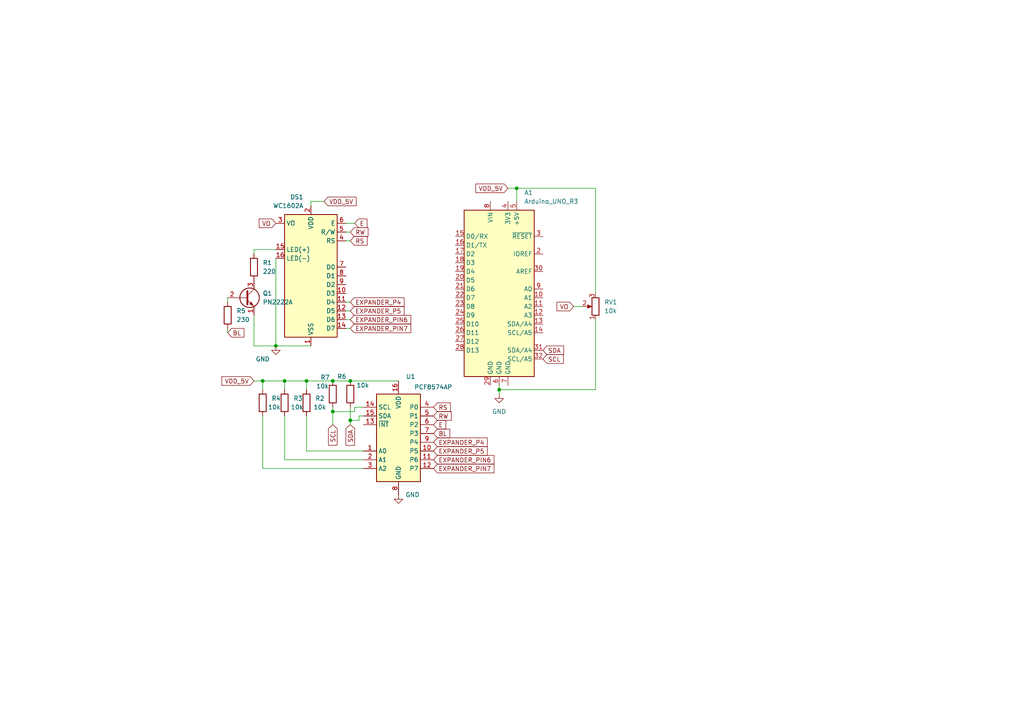
<source format=kicad_sch>
(kicad_sch (version 20250114) (generator "eeschema") (generator_version "9.0")
  (paper "A4")
  (lib_symbols
    (symbol "Device:R" (pin_numbers (hide yes)) (pin_names (offset 0))
      (property "Reference" "R" (at 2.032 0 90))
      (property "Value" "R" (at 0 0 90))
      (symbol "R_0_1"
        (rectangle (start -1.016 -2.54) (end 1.016 2.54) (stroke (width 0.254)))
      )
      (symbol "R_1_1"
        (pin passive line (at 0 3.81 270) (length 1.27) (name "~") (number "1"))
        (pin passive line (at 0 -3.81 90) (length 1.27) (name "~") (number "2"))
      )
    )
    (symbol "Device:R_Potentiometer" (pin_names (offset 1.016) (hide yes))
      (property "Reference" "RV" (at -4.445 0 90))
      (property "Value" "R_Potentiometer" (at -2.54 0 90))
      (symbol "R_Potentiometer_0_1"
        (rectangle (start 1.016 2.54) (end -1.016 -2.54) (stroke (width 0.254)))
        (polyline (pts (xy 1.143 0) (xy 2.286 0.508) (xy 2.286 -0.508) (xy 1.143 0)) (fill (type outline)))
        (polyline (pts (xy 2.54 0) (xy 1.524 0)))
      )
      (symbol "R_Potentiometer_1_1"
        (pin passive line (at 0 3.81 270) (length 1.27) (name "1") (number "1"))
        (pin passive line (at 0 -3.81 90) (length 1.27) (name "3") (number "3"))
        (pin passive line (at 3.81 0 180) (length 1.27) (name "2") (number "2"))
      )
    )
    (symbol "Display_Character:WC1602A"
      (property "Reference" "DS" (at -5.842 19.05 0))
      (property "Value" "WC1602A" (at 5.334 19.05 0))
      (symbol "WC1602A_1_1"
        (rectangle (start -7.62 17.78) (end 7.62 -17.78) (stroke (width 0.254)) (fill (type background)))
        (pin input line (at -10.16 15.24 0) (length 2.54) (name "E") (number "6"))
        (pin input line (at -10.16 12.7 0) (length 2.54) (name "R/W") (number "5"))
        (pin input line (at -10.16 10.16 0) (length 2.54) (name "RS") (number "4"))
        (pin input line (at -10.16 2.54 0) (length 2.54) (name "D0") (number "7"))
        (pin input line (at -10.16 0 0) (length 2.54) (name "D1") (number "8"))
        (pin input line (at -10.16 -2.54 0) (length 2.54) (name "D2") (number "9"))
        (pin input line (at -10.16 -5.08 0) (length 2.54) (name "D3") (number "10"))
        (pin input line (at -10.16 -7.62 0) (length 2.54) (name "D4") (number "11"))
        (pin input line (at -10.16 -10.16 0) (length 2.54) (name "D5") (number "12"))
        (pin input line (at -10.16 -12.7 0) (length 2.54) (name "D6") (number "13"))
        (pin input line (at -10.16 -15.24 0) (length 2.54) (name "D7") (number "14"))
        (pin power_in line (at 0 20.32 270) (length 2.54) (name "VDD") (number "2"))
        (pin power_in line (at 0 -20.32 90) (length 2.54) (name "VSS") (number "1"))
        (pin input line (at 10.16 15.24 180) (length 2.54) (name "VO") (number "3"))
        (pin power_in line (at 10.16 7.62 180) (length 2.54) (name "LED(+)") (number "15"))
        (pin power_in line (at 10.16 5.08 180) (length 2.54) (name "LED(-)") (number "16"))
      )
    )
    (symbol "Interface_Expansion:PCF8574AP"
      (property "Reference" "U" (at -6.35 12.954 0))
      (property "Value" "PCF8574AP" (at 3.048 12.954 0))
      (symbol "PCF8574AP_0_1"
        (rectangle (start -6.35 -13.97) (end 6.35 11.43) (stroke (width 0.254)) (fill (type background)))
      )
      (symbol "PCF8574AP_1_1"
        (pin input line (at -10.16 7.62 0) (length 3.81) (name "SCL") (number "14"))
        (pin bidirectional line (at -10.16 5.08 0) (length 3.81) (name "SDA") (number "15"))
        (pin open_collector line (at -10.16 2.54 0) (length 3.81) (name "~{INT}") (number "13"))
        (pin input line (at -10.16 -5.08 0) (length 3.81) (name "A0") (number "1"))
        (pin input line (at -10.16 -7.62 0) (length 3.81) (name "A1") (number "2"))
        (pin input line (at -10.16 -10.16 0) (length 3.81) (name "A2") (number "3"))
        (pin power_in line (at 0 15.24 270) (length 3.81) (name "VDD") (number "16"))
        (pin power_in line (at 0 -17.78 90) (length 3.81) (name "GND") (number "8"))
        (pin bidirectional line (at 10.16 7.62 180) (length 3.81) (name "P0") (number "4"))
        (pin bidirectional line (at 10.16 5.08 180) (length 3.81) (name "P1") (number "5"))
        (pin bidirectional line (at 10.16 2.54 180) (length 3.81) (name "P2") (number "6"))
        (pin bidirectional line (at 10.16 0 180) (length 3.81) (name "P3") (number "7"))
        (pin bidirectional line (at 10.16 -2.54 180) (length 3.81) (name "P4") (number "9"))
        (pin bidirectional line (at 10.16 -5.08 180) (length 3.81) (name "P5") (number "10"))
        (pin bidirectional line (at 10.16 -7.62 180) (length 3.81) (name "P6") (number "11"))
        (pin bidirectional line (at 10.16 -10.16 180) (length 3.81) (name "P7") (number "12"))
      )
    )
    (symbol "MCU_Module:Arduino_UNO_R3"
      (property "Reference" "A" (at -10.16 23.495 0))
      (property "Value" "Arduino_UNO_R3" (at 5.08 -26.67 0))
      (symbol "Arduino_UNO_R3_0_1"
        (rectangle (start -10.16 22.86) (end 10.16 -25.4) (stroke (width 0.254)) (fill (type background)))
      )
      (symbol "Arduino_UNO_R3_1_1"
        (pin bidirectional line (at -12.7 15.24 0) (length 2.54) (name "D0/RX") (number "15"))
        (pin bidirectional line (at -12.7 12.7 0) (length 2.54) (name "D1/TX") (number "16"))
        (pin bidirectional line (at -12.7 10.16 0) (length 2.54) (name "D2") (number "17"))
        (pin bidirectional line (at -12.7 7.62 0) (length 2.54) (name "D3") (number "18"))
        (pin bidirectional line (at -12.7 5.08 0) (length 2.54) (name "D4") (number "19"))
        (pin bidirectional line (at -12.7 2.54 0) (length 2.54) (name "D5") (number "20"))
        (pin bidirectional line (at -12.7 0 0) (length 2.54) (name "D6") (number "21"))
        (pin bidirectional line (at -12.7 -2.54 0) (length 2.54) (name "D7") (number "22"))
        (pin bidirectional line (at -12.7 -5.08 0) (length 2.54) (name "D8") (number "23"))
        (pin bidirectional line (at -12.7 -7.62 0) (length 2.54) (name "D9") (number "24"))
        (pin bidirectional line (at -12.7 -10.16 0) (length 2.54) (name "D10") (number "25"))
        (pin bidirectional line (at -12.7 -12.7 0) (length 2.54) (name "D11") (number "26"))
        (pin bidirectional line (at -12.7 -15.24 0) (length 2.54) (name "D12") (number "27"))
        (pin bidirectional line (at -12.7 -17.78 0) (length 2.54) (name "D13") (number "28"))
        (pin no_connect line (at -10.16 -20.32 0) (length 2.54) (hide yes) (name "NC") (number "1"))
        (pin power_in line (at -2.54 25.4 270) (length 2.54) (name "VIN") (number "8"))
        (pin power_in line (at -2.54 -27.94 90) (length 2.54) (name "GND") (number "29"))
        (pin power_in line (at 0 -27.94 90) (length 2.54) (name "GND") (number "6"))
        (pin power_out line (at 2.54 25.4 270) (length 2.54) (name "3V3") (number "4"))
        (pin power_in line (at 2.54 -27.94 90) (length 2.54) (name "GND") (number "7"))
        (pin power_out line (at 5.08 25.4 270) (length 2.54) (name "+5V") (number "5"))
        (pin input line (at 12.7 15.24 180) (length 2.54) (name "~{RESET}") (number "3"))
        (pin output line (at 12.7 10.16 180) (length 2.54) (name "IOREF") (number "2"))
        (pin input line (at 12.7 5.08 180) (length 2.54) (name "AREF") (number "30"))
        (pin bidirectional line (at 12.7 0 180) (length 2.54) (name "A0") (number "9"))
        (pin bidirectional line (at 12.7 -2.54 180) (length 2.54) (name "A1") (number "10"))
        (pin bidirectional line (at 12.7 -5.08 180) (length 2.54) (name "A2") (number "11"))
        (pin bidirectional line (at 12.7 -7.62 180) (length 2.54) (name "A3") (number "12"))
        (pin bidirectional line (at 12.7 -10.16 180) (length 2.54) (name "SDA/A4") (number "13"))
        (pin bidirectional line (at 12.7 -12.7 180) (length 2.54) (name "SCL/A5") (number "14"))
        (pin bidirectional line (at 12.7 -17.78 180) (length 2.54) (name "SDA/A4") (number "31"))
        (pin bidirectional line (at 12.7 -20.32 180) (length 2.54) (name "SCL/A5") (number "32"))
      )
    )
    (symbol "Transistor_BJT:PN2222A" (pin_names (offset 0) (hide yes))
      (property "Reference" "Q" (at 5.08 1.905 0))
      (property "Value" "PN2222A" (at 5.08 0 0))
      (symbol "PN2222A_0_1"
        (polyline (pts (xy -2.54 0) (xy 0.635 0)))
        (polyline (pts (xy 0.635 1.905) (xy 0.635 -1.905)) (stroke (width 0.508)))
        (circle (center 1.27 0) (radius 2.8194) (stroke (width 0.254)))
      )
      (symbol "PN2222A_1_1"
        (polyline (pts (xy 0.635 0.635) (xy 2.54 2.54)))
        (polyline (pts (xy 0.635 -0.635) (xy 2.54 -2.54)))
        (polyline (pts (xy 1.27 -1.778) (xy 1.778 -1.27) (xy 2.286 -2.286) (xy 1.27 -1.778)) (fill (type outline)))
        (pin input line (at -5.08 0 0) (length 2.54) (name "B") (number "2"))
        (pin passive line (at 2.54 5.08 270) (length 2.54) (name "C") (number "3"))
        (pin passive line (at 2.54 -5.08 90) (length 2.54) (name "E") (number "1"))
      )
    )
    (symbol "power:GND" (power) (pin_numbers (hide yes)) (pin_names (offset 0) (hide yes))
      (property "Value" "GND" (at 0 -3.81 0))
      (symbol "GND_0_1"
        (polyline (pts (xy 0 0) (xy 0 -1.27) (xy 1.27 -1.27) (xy 0 -2.54) (xy -1.27 -1.27) (xy 0 -1.27)))
      )
      (symbol "GND_1_1"
        (pin power_in line (at 0 0 270) (length 0) (name "~") (number "1"))
      )
    )
  )
  (junction (at 101.6 121.92))
  (junction (at 101.6 110.49))
  (junction (at 149.86 54.61))
  (junction (at 144.78 113.03))
  (junction (at 96.52 119.38))
  (junction (at 88.9 110.49))
  (junction (at 76.2 110.49))
  (junction (at 96.52 110.49))
  (junction (at 80.01 100.33))
  (junction (at 82.55 110.49))
  (wire (pts (xy 101.6 118.11) (xy 101.6 121.92)))
  (wire (pts (xy 101.6 121.92) (xy 104.14 121.92)))
  (wire (pts (xy 172.72 92.71) (xy 172.72 113.03)))
  (wire (pts (xy 115.57 110.49) (xy 101.6 110.49)))
  (wire (pts (xy 104.14 120.65) (xy 104.14 121.92)))
  (wire (pts (xy 101.6 69.85) (xy 100.33 69.85)))
  (wire (pts (xy 76.2 110.49) (xy 82.55 110.49)))
  (wire (pts (xy 100.33 95.25) (xy 101.6 95.25)))
  (wire (pts (xy 101.6 110.49) (xy 96.52 110.49)))
  (wire (pts (xy 105.41 118.11) (xy 102.87 118.11)))
  (wire (pts (xy 82.55 113.03) (xy 82.55 110.49)))
  (wire (pts (xy 144.78 111.76) (xy 144.78 113.03)))
  (wire (pts (xy 100.33 92.71) (xy 101.6 92.71)))
  (wire (pts (xy 80.01 100.33) (xy 90.17 100.33)))
  (wire (pts (xy 76.2 135.89) (xy 105.41 135.89)))
  (wire (pts (xy 102.87 119.38) (xy 96.52 119.38)))
  (wire (pts (xy 105.41 120.65) (xy 104.14 120.65)))
  (wire (pts (xy 76.2 113.03) (xy 76.2 110.49)))
  (wire (pts (xy 100.33 90.17) (xy 101.6 90.17)))
  (wire (pts (xy 76.2 120.65) (xy 76.2 135.89)))
  (wire (pts (xy 96.52 110.49) (xy 88.9 110.49)))
  (wire (pts (xy 66.04 96.52) (xy 66.04 95.25)))
  (wire (pts (xy 172.72 113.03) (xy 144.78 113.03)))
  (wire (pts (xy 73.66 100.33) (xy 80.01 100.33)))
  (wire (pts (xy 101.6 67.31) (xy 100.33 67.31)))
  (wire (pts (xy 73.66 73.66) (xy 73.66 72.39)))
  (wire (pts (xy 147.32 54.61) (xy 149.86 54.61)))
  (wire (pts (xy 96.52 123.19) (xy 96.52 119.38)))
  (wire (pts (xy 82.55 120.65) (xy 82.55 133.35)))
  (wire (pts (xy 82.55 133.35) (xy 105.41 133.35)))
  (wire (pts (xy 144.78 113.03) (xy 144.78 114.3)))
  (wire (pts (xy 88.9 130.81) (xy 105.41 130.81)))
  (wire (pts (xy 102.87 64.77) (xy 100.33 64.77)))
  (wire (pts (xy 80.01 74.93) (xy 80.01 100.33)))
  (wire (pts (xy 102.87 118.11) (xy 102.87 119.38)))
  (wire (pts (xy 166.37 88.9) (xy 168.91 88.9)))
  (wire (pts (xy 82.55 110.49) (xy 88.9 110.49)))
  (wire (pts (xy 172.72 54.61) (xy 149.86 54.61)))
  (wire (pts (xy 101.6 121.92) (xy 101.6 123.19)))
  (wire (pts (xy 93.98 58.42) (xy 90.17 58.42)))
  (wire (pts (xy 73.66 110.49) (xy 76.2 110.49)))
  (wire (pts (xy 101.6 87.63) (xy 100.33 87.63)))
  (wire (pts (xy 73.66 91.44) (xy 73.66 100.33)))
  (wire (pts (xy 88.9 120.65) (xy 88.9 130.81)))
  (wire (pts (xy 88.9 110.49) (xy 88.9 113.03)))
  (wire (pts (xy 96.52 119.38) (xy 96.52 118.11)))
  (wire (pts (xy 66.04 87.63) (xy 66.04 86.36)))
  (wire (pts (xy 149.86 58.42) (xy 149.86 54.61)))
  (wire (pts (xy 90.17 58.42) (xy 90.17 59.69)))
  (wire (pts (xy 172.72 85.09) (xy 172.72 54.61)))
  (wire (pts (xy 73.66 72.39) (xy 80.01 72.39)))
  (global_label "BL" (shape input) (at 125.73 125.73 0) (property "Intersheetrefs" "${INTERSHEET_REFS}" (effects (hide yes))))
  (global_label "VO" (shape input) (at 80.01 64.77 180) (property "Intersheetrefs" "${INTERSHEET_REFS}" (effects (hide yes))))
  (global_label "SDA" (shape input) (at 101.6 123.19 270) (property "Intersheetrefs" "${INTERSHEET_REFS}" (effects (hide yes))))
  (global_label "SCL" (shape input) (at 157.48 104.14 0) (property "Intersheetrefs" "${INTERSHEET_REFS}" (effects (hide yes))))
  (global_label "SCL" (shape input) (at 96.52 123.19 270) (property "Intersheetrefs" "${INTERSHEET_REFS}" (effects (hide yes))))
  (global_label "EXPANDER_PIN6" (shape input) (at 101.6 92.71 0) (property "Intersheetrefs" "${INTERSHEET_REFS}" (effects (hide yes))))
  (global_label "E" (shape input) (at 102.87 64.77 0) (property "Intersheetrefs" "${INTERSHEET_REFS}" (effects (hide yes))))
  (global_label "EXPANDER_PIN7" (shape input) (at 101.6 95.25 0) (property "Intersheetrefs" "${INTERSHEET_REFS}" (effects (hide yes))))
  (global_label "VO" (shape input) (at 166.37 88.9 180) (property "Intersheetrefs" "${INTERSHEET_REFS}" (effects (hide yes))))
  (global_label "VDD_5V" (shape input) (at 73.66 110.49 180) (property "Intersheetrefs" "${INTERSHEET_REFS}" (effects (hide yes))))
  (global_label "RS" (shape input) (at 125.73 118.11 0) (property "Intersheetrefs" "${INTERSHEET_REFS}" (effects (hide yes))))
  (global_label "RW" (shape input) (at 101.6 67.31 0) (property "Intersheetrefs" "${INTERSHEET_REFS}" (effects (hide yes))))
  (global_label "RS" (shape input) (at 101.6 69.85 0) (property "Intersheetrefs" "${INTERSHEET_REFS}" (effects (hide yes))))
  (global_label "EXPANDER_PIN7" (shape input) (at 125.73 135.89 0) (property "Intersheetrefs" "${INTERSHEET_REFS}" (effects (hide yes))))
  (global_label "EXPANDER_PIN6" (shape input) (at 125.73 133.35 0) (property "Intersheetrefs" "${INTERSHEET_REFS}" (effects (hide yes))))
  (global_label "VDD_5V" (shape input) (at 147.32 54.61 180) (property "Intersheetrefs" "${INTERSHEET_REFS}" (effects (hide yes))))
  (global_label "VDD_5V" (shape input) (at 93.98 58.42 0) (property "Intersheetrefs" "${INTERSHEET_REFS}" (effects (hide yes))))
  (global_label "EXPANDER_P5" (shape input) (at 125.73 130.81 0) (property "Intersheetrefs" "${INTERSHEET_REFS}" (effects (hide yes))))
  (global_label "EXPANDER_P4" (shape input) (at 101.6 87.63 0) (property "Intersheetrefs" "${INTERSHEET_REFS}" (effects (hide yes))))
  (global_label "RW" (shape input) (at 125.73 120.65 0) (property "Intersheetrefs" "${INTERSHEET_REFS}" (effects (hide yes))))
  (global_label "E" (shape input) (at 125.73 123.19 0) (property "Intersheetrefs" "${INTERSHEET_REFS}" (effects (hide yes))))
  (global_label "SDA" (shape input) (at 157.48 101.6 0) (property "Intersheetrefs" "${INTERSHEET_REFS}" (effects (hide yes))))
  (global_label "EXPANDER_P4" (shape input) (at 125.73 128.27 0) (property "Intersheetrefs" "${INTERSHEET_REFS}" (effects (hide yes))))
  (global_label "EXPANDER_P5" (shape input) (at 101.6 90.17 0) (property "Intersheetrefs" "${INTERSHEET_REFS}" (effects (hide yes))))
  (global_label "BL" (shape input) (at 66.04 96.52 0) (property "Intersheetrefs" "${INTERSHEET_REFS}" (effects (hide yes))))
  (symbol (lib_id "Display_Character:WC1602A") (at 90.17 80.01 0) (mirror y) (unit 1)
    (property "Reference" "DS1" (at 88.0267 57.15 0) (effects (justify left)))
    (property "Value" "WC1602A" (at 88.0267 59.69 0) (effects (justify left)))
    (property "Footprint" "Display:WC1602A" (effects (hide yes)))
    (property "Datasheet" "http://www.wincomlcd.com/pdf/WC1602A-SFYLYHTC06.pdf" (effects (hide yes)))
    (property "Description" "LCD 16x2 Alphanumeric , 8 bit parallel bus, 5V VDD" (effects (hide yes)))
  )
  (symbol (lib_id "Device:R") (at 96.52 114.3 0) (unit 1)
    (property "Reference" "R7" (at 92.964 109.474 0) (effects (justify left)))
    (property "Value" "10k" (at 91.694 112.014 0) (effects (justify left)))
  )
  (symbol (lib_id "power:GND") (at 144.78 114.3 0) (unit 1)
    (property "Reference" "#PWR02" (effects (hide yes)))
    (property "Value" "GND" (at 144.78 119.38 0))
    (property "Description" "Power symbol creates a global label with name \"GND\" , ground" (effects (hide yes)))
  )
  (symbol (lib_id "power:GND") (at 80.01 100.33 0) (unit 1)
    (property "Reference" "#PWR01" (effects (hide yes)))
    (property "Value" "GND" (at 76.2 104.14 0))
    (property "Description" "Power symbol creates a global label with name \"GND\" , ground" (effects (hide yes)))
  )
  (symbol (lib_id "Device:R") (at 88.9 116.84 0) (unit 1)
    (property "Reference" "R2" (at 91.44 115.5699 0) (effects (justify left)))
    (property "Value" "10k" (at 90.932 118.11 0) (effects (justify left)))
  )
  (symbol (lib_id "Interface_Expansion:PCF8574AP") (at 115.57 125.73 0) (unit 1)
    (property "Reference" "U1" (at 117.7133 109.22 0) (effects (justify left)))
    (property "Value" "PCF8574AP" (at 120.142 112.268 0) (effects (justify left)))
    (property "Footprint" "Package_DIP:DIP-16_W7.62mm" (effects (hide yes)))
    (property "Datasheet" "http://www.nxp.com/docs/en/data-sheet/PCF8574_PCF8574A.pdf" (effects (hide yes)))
    (property "Description" "8 Bit Port/Expander to I2C Bus, fixed address bits 0b0111, DIP-16" (effects (hide yes)))
  )
  (symbol (lib_id "Device:R") (at 76.2 116.84 0) (unit 1)
    (property "Reference" "R4" (at 78.74 115.5699 0) (effects (justify left)))
    (property "Value" "10k" (at 77.724 118.11 0) (effects (justify left)))
  )
  (symbol (lib_id "Device:R_Potentiometer") (at 172.72 88.9 180) (unit 1)
    (property "Reference" "RV1" (at 175.26 87.6299 0) (effects (justify right)))
    (property "Value" "10k" (at 175.26 90.1699 0) (effects (justify right)))
  )
  (symbol (lib_id "Device:R") (at 82.55 116.84 0) (unit 1)
    (property "Reference" "R3" (at 85.09 115.5699 0) (effects (justify left)))
    (property "Value" "10k" (at 84.328 118.11 0) (effects (justify left)))
  )
  (symbol (lib_id "Device:R") (at 101.6 114.3 0) (unit 1)
    (property "Reference" "R6" (at 97.79 109.22 0) (effects (justify left)))
    (property "Value" "10k" (at 103.378 111.76 0) (effects (justify left)))
  )
  (symbol (lib_id "MCU_Module:Arduino_UNO_R3") (at 144.78 83.82 0) (unit 1)
    (property "Reference" "A1" (at 152.0541 55.88 0) (effects (justify left)))
    (property "Value" "Arduino_UNO_R3" (at 152.0541 58.42 0) (effects (justify left)))
    (property "Footprint" "Module:Arduino_UNO_R3" (effects (hide yes)))
    (property "Datasheet" "https://www.arduino.cc/en/Main/arduinoBoardUno" (effects (hide yes)))
  )
  (symbol (lib_id "Device:R") (at 73.66 77.47 0) (unit 1)
    (property "Reference" "R1" (at 76.2 76.2 0) (effects (justify left)))
    (property "Value" "220" (at 76.2 78.74 0) (effects (justify left)))
  )
  (symbol (lib_id "Transistor_BJT:PN2222A") (at 71.12 86.36 0) (unit 1)
    (property "Reference" "Q1" (at 76.2 85.0899 0) (effects (justify left)))
    (property "Value" "PN2222A" (at 76.2 87.6299 0) (effects (justify left)))
    (property "Footprint" "Package_TO_SOT_THT:TO-92_Inline" (effects (hide yes)))
    (property "Datasheet" "https://www.onsemi.com/pub/Collateral/PN2222-D.PDF" (effects (hide yes)))
    (property "Description" "1A Ic, 40V Vce, NPN Transistor, General Purpose Transistor, TO-92" (effects (hide yes)))
  )
  (symbol (lib_id "power:GND") (at 115.57 143.51 0) (unit 1)
    (property "Reference" "#PWR03" (effects (hide yes)))
    (property "Value" "GND" (at 119.634 143.51 0))
    (property "Description" "Power symbol creates a global label with name \"GND\" , ground" (effects (hide yes)))
  )
  (symbol (lib_id "Device:R") (at 66.04 91.44 0) (unit 1)
    (property "Reference" "R5" (at 68.58 90.17 0) (effects (justify left)))
    (property "Value" "230" (at 68.58 92.71 0) (effects (justify left)))
  )
)
</source>
